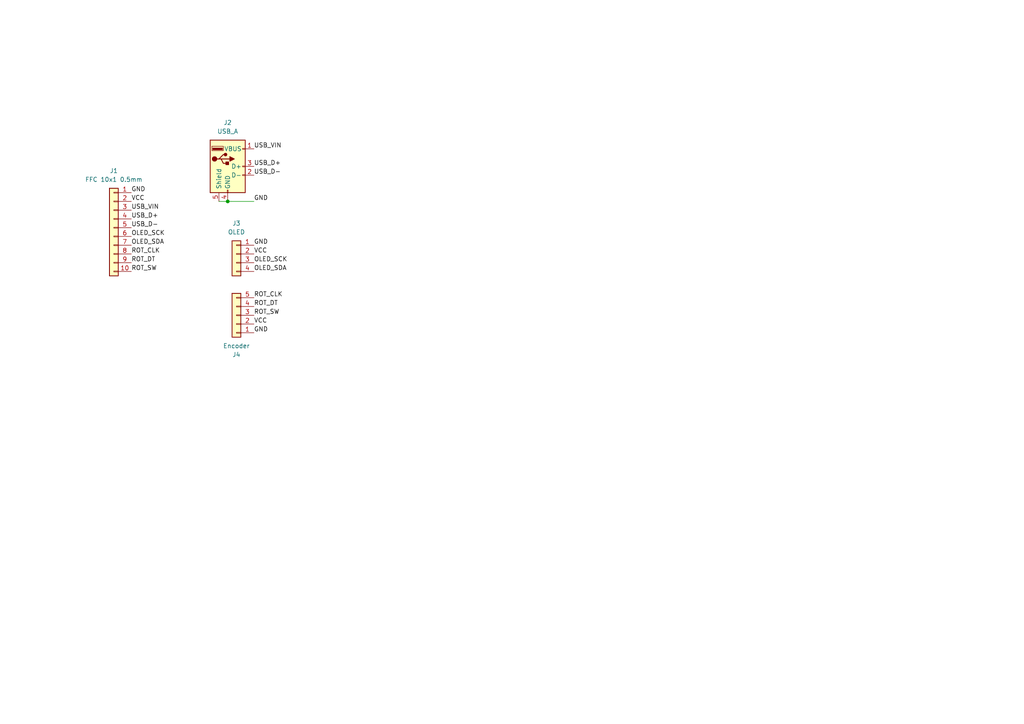
<source format=kicad_sch>
(kicad_sch (version 20230121) (generator eeschema)
  (paper "A4")
  (lib_symbols
    (symbol "Connector:USB_A" (pin_names (offset 1.016))
      (property "Reference" "J" (at -5.08 11.43 0))
      (property "Value" "USB_A" (at -5.08 8.89 0))
      (symbol "USB_A_0_1"
        (rectangle (start -5.08 -7.62) (end 5.08 7.62) (stroke (width 0.254)) (fill (type background)))
        (circle (center -3.81 2.159) (radius 0.635) (stroke (width 0.254)) (fill (type outline)))
        (rectangle (start -1.524 4.826) (end -4.318 5.334) (fill (type outline)))
        (rectangle (start -1.27 4.572) (end -4.572 5.842))
        (circle (center -0.635 3.429) (radius 0.381) (stroke (width 0.254)) (fill (type outline)))
        (rectangle (start -0.127 -7.62) (end 0.127 -6.858))
        (polyline (pts (xy -3.175 2.159) (xy -2.54 2.159) (xy -1.27 3.429) (xy -0.635 3.429)) (stroke (width 0.254)))
        (polyline (pts (xy -2.54 2.159) (xy -1.905 2.159) (xy -1.27 0.889) (xy 0 0.889)) (stroke (width 0.254)))
        (polyline (pts (xy 0.635 2.794) (xy 0.635 1.524) (xy 1.905 2.159) (xy 0.635 2.794)) (stroke (width 0.254)) (fill (type outline)))
        (rectangle (start 0.254 1.27) (end -0.508 0.508) (stroke (width 0.254)) (fill (type outline)))
        (rectangle (start 5.08 -2.667) (end 4.318 -2.413))
        (rectangle (start 5.08 -0.127) (end 4.318 0.127))
        (rectangle (start 5.08 4.953) (end 4.318 5.207))
      )
      (symbol "USB_A_1_1"
        (polyline (pts (xy -1.905 2.159) (xy 0.635 2.159)) (stroke (width 0.254)))
        (pin power_in line (at 7.62 5.08 180) (length 2.54) (name "VBUS") (number "1"))
        (pin bidirectional line (at 7.62 -2.54 180) (length 2.54) (name "D-") (number "2"))
        (pin bidirectional line (at 7.62 0 180) (length 2.54) (name "D+") (number "3"))
        (pin power_in line (at 0 -10.16 90) (length 2.54) (name "GND") (number "4"))
        (pin passive line (at -2.54 -10.16 90) (length 2.54) (name "Shield") (number "5"))
      )
    )
    (symbol "Connector_Generic:Conn_01x04" (pin_names (offset 1.016) hide)
      (property "Reference" "J" (at 0 5.08 0))
      (property "Value" "Conn_01x04" (at 0 -7.62 0))
      (symbol "Conn_01x04_1_1"
        (rectangle (start -1.27 -4.953) (end 0 -5.207) (stroke (width 0.1524)))
        (rectangle (start -1.27 -2.413) (end 0 -2.667) (stroke (width 0.1524)))
        (rectangle (start -1.27 0.127) (end 0 -0.127) (stroke (width 0.1524)))
        (rectangle (start -1.27 2.667) (end 0 2.413) (stroke (width 0.1524)))
        (rectangle (start -1.27 3.81) (end 1.27 -6.35) (stroke (width 0.254)) (fill (type background)))
        (pin passive line (at -5.08 2.54 0) (length 3.81) (name "Pin_1") (number "1"))
        (pin passive line (at -5.08 0 0) (length 3.81) (name "Pin_2") (number "2"))
        (pin passive line (at -5.08 -2.54 0) (length 3.81) (name "Pin_3") (number "3"))
        (pin passive line (at -5.08 -5.08 0) (length 3.81) (name "Pin_4") (number "4"))
      )
    )
    (symbol "Connector_Generic:Conn_01x05" (pin_names (offset 1.016) hide)
      (property "Reference" "J" (at 0 7.62 0))
      (property "Value" "Conn_01x05" (at 0 -7.62 0))
      (symbol "Conn_01x05_1_1"
        (rectangle (start -1.27 -4.953) (end 0 -5.207) (stroke (width 0.1524)))
        (rectangle (start -1.27 -2.413) (end 0 -2.667) (stroke (width 0.1524)))
        (rectangle (start -1.27 0.127) (end 0 -0.127) (stroke (width 0.1524)))
        (rectangle (start -1.27 2.667) (end 0 2.413) (stroke (width 0.1524)))
        (rectangle (start -1.27 5.207) (end 0 4.953) (stroke (width 0.1524)))
        (rectangle (start -1.27 6.35) (end 1.27 -6.35) (stroke (width 0.254)) (fill (type background)))
        (pin passive line (at -5.08 5.08 0) (length 3.81) (name "Pin_1") (number "1"))
        (pin passive line (at -5.08 2.54 0) (length 3.81) (name "Pin_2") (number "2"))
        (pin passive line (at -5.08 0 0) (length 3.81) (name "Pin_3") (number "3"))
        (pin passive line (at -5.08 -2.54 0) (length 3.81) (name "Pin_4") (number "4"))
        (pin passive line (at -5.08 -5.08 0) (length 3.81) (name "Pin_5") (number "5"))
      )
    )
    (symbol "Connector_Generic:Conn_01x10" (pin_names (offset 1.016) hide)
      (property "Reference" "J" (at 0 12.7 0))
      (property "Value" "Conn_01x10" (at 0 -15.24 0))
      (symbol "Conn_01x10_1_1"
        (rectangle (start -1.27 -12.573) (end 0 -12.827) (stroke (width 0.1524)))
        (rectangle (start -1.27 -10.033) (end 0 -10.287) (stroke (width 0.1524)))
        (rectangle (start -1.27 -7.493) (end 0 -7.747) (stroke (width 0.1524)))
        (rectangle (start -1.27 -4.953) (end 0 -5.207) (stroke (width 0.1524)))
        (rectangle (start -1.27 -2.413) (end 0 -2.667) (stroke (width 0.1524)))
        (rectangle (start -1.27 0.127) (end 0 -0.127) (stroke (width 0.1524)))
        (rectangle (start -1.27 2.667) (end 0 2.413) (stroke (width 0.1524)))
        (rectangle (start -1.27 5.207) (end 0 4.953) (stroke (width 0.1524)))
        (rectangle (start -1.27 7.747) (end 0 7.493) (stroke (width 0.1524)))
        (rectangle (start -1.27 10.287) (end 0 10.033) (stroke (width 0.1524)))
        (rectangle (start -1.27 11.43) (end 1.27 -13.97) (stroke (width 0.254)) (fill (type background)))
        (pin passive line (at -5.08 10.16 0) (length 3.81) (name "Pin_1") (number "1"))
        (pin passive line (at -5.08 -12.7 0) (length 3.81) (name "Pin_10") (number "10"))
        (pin passive line (at -5.08 7.62 0) (length 3.81) (name "Pin_2") (number "2"))
        (pin passive line (at -5.08 5.08 0) (length 3.81) (name "Pin_3") (number "3"))
        (pin passive line (at -5.08 2.54 0) (length 3.81) (name "Pin_4") (number "4"))
        (pin passive line (at -5.08 0 0) (length 3.81) (name "Pin_5") (number "5"))
        (pin passive line (at -5.08 -2.54 0) (length 3.81) (name "Pin_6") (number "6"))
        (pin passive line (at -5.08 -5.08 0) (length 3.81) (name "Pin_7") (number "7"))
        (pin passive line (at -5.08 -7.62 0) (length 3.81) (name "Pin_8") (number "8"))
        (pin passive line (at -5.08 -10.16 0) (length 3.81) (name "Pin_9") (number "9"))
      )
    )
  )
  (junction (at 66.04 58.42))
  (wire (pts (xy 63.5 58.42) (xy 66.04 58.42)))
  (wire (pts (xy 73.66 58.42) (xy 66.04 58.42)))
  (label "USB_VIN" (at 73.66 43.18 0))
  (label "ROT_CLK" (at 38.1 73.66 0))
  (label "USB_D-" (at 38.1 66.04 0))
  (label "GND" (at 73.66 96.52 0))
  (label "USB_VIN" (at 38.1 60.96 0))
  (label "OLED_SCK" (at 73.66 76.2 0))
  (label "ROT_CLK" (at 73.66 86.36 0))
  (label "VCC" (at 73.66 73.66 0))
  (label "USB_D+" (at 38.1 63.5 0))
  (label "ROT_SW" (at 38.1 78.74 0))
  (label "OLED_SCK" (at 38.1 68.58 0))
  (label "ROT_SW" (at 73.66 91.44 0))
  (label "OLED_SDA" (at 73.66 78.74 0))
  (label "ROT_DT" (at 38.1 76.2 0))
  (label "OLED_SDA" (at 38.1 71.12 0))
  (label "USB_D-" (at 73.66 50.8 0))
  (label "VCC" (at 73.66 93.98 0))
  (label "USB_D+" (at 73.66 48.26 0))
  (label "GND" (at 73.66 71.12 0))
  (label "VCC" (at 38.1 58.42 0))
  (label "ROT_DT" (at 73.66 88.9 0))
  (label "GND" (at 73.66 58.42 0))
  (label "GND" (at 38.1 55.88 0))
  (symbol (lib_id "Connector_Generic:Conn_01x05") (at 68.58 91.44 180) (unit 1)
    (property "Reference" "J4" (at 68.58 102.87 0))
    (property "Value" "Encoder" (at 68.58 100.33 0))
    (property "Footprint" "Connector_PinHeader_2.54mm:PinHeader_1x05_P2.54mm_Vertical" (effects hide))
  )
  (symbol (lib_id "Connector_Generic:Conn_01x10") (at 33.02 66.04 0) (mirror y) (unit 1)
    (property "Reference" "J1" (at 33.02 49.53 0))
    (property "Value" "FFC 10x1 0.5mm" (at 33.02 52.07 0))
    (property "Footprint" "Connector_FFC-FPC:Molex_54548-1071_1x10-1MP_P0.5mm_Horizontal" (effects hide))
  )
  (symbol (lib_id "Connector:USB_A") (at 66.04 48.26 0) (unit 1)
    (property "Reference" "J2" (at 66.04 35.56 0))
    (property "Value" "USB_A" (at 66.04 38.1 0))
    (property "Footprint" "Connector_USB:USB_A_Molex_67643_Horizontal" (effects hide))
    (property "Datasheet" " ~" (effects hide))
  )
  (symbol (lib_id "Connector_Generic:Conn_01x04") (at 68.58 73.66 0) (mirror y) (unit 1)
    (property "Reference" "J3" (at 68.58 64.77 0))
    (property "Value" "OLED" (at 68.58 67.31 0))
    (property "Footprint" "Connector_PinHeader_2.54mm:PinHeader_1x04_P2.54mm_Vertical" (effects hide))
  )
)
</source>
